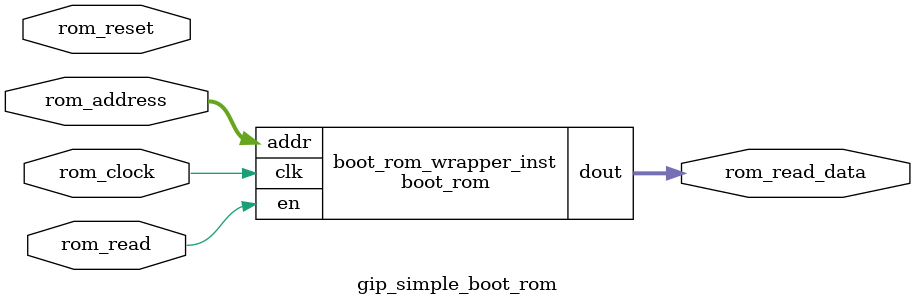
<source format=v>
module boot_rom ( addr, clk, dout, en );
    input [11:0]addr;
    input clk, en;
    output [31:0]dout;
endmodule

module gip_simple_boot_rom
(
    rom_clock,

    rom_address,
    rom_read,
    rom_reset,

    rom_read_data
);

    //b Clocks
    input rom_clock;

    //b Inputs
    input [11:0]rom_address;
    input rom_read;
    input rom_reset;

    //b Outputs
    output [31:0]rom_read_data;

//    brw boot_rom_wrapper_inst( .rom_clock(rom_clock), .rom_address(rom_address), .rom_read_data(rom_read_data), .rom_read(rom_read));
    boot_rom boot_rom_wrapper_inst( .clk(rom_clock), .addr(rom_address), .dout(rom_read_data), .en(rom_read) );
endmodule

</source>
